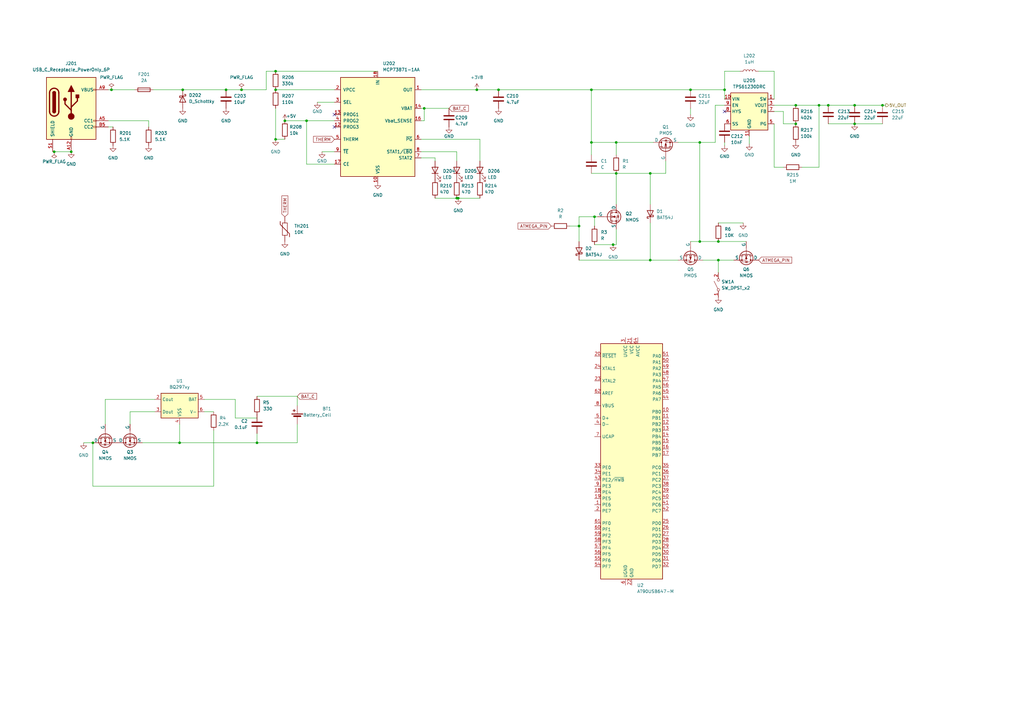
<source format=kicad_sch>
(kicad_sch (version 20230121) (generator eeschema)
  (paper "A3")
  (lib_symbols
    (symbol "Battery_Management:BQ297xy"
      (property "Reference" "U" (at -6.35 6.35 0))
      (property "Value" "BQ297xy" (at 5.08 -6.35 0))
      (symbol "BQ297xy_0_1"
        (rectangle (start -7.62 5.08) (end 7.62 -5.08) (stroke (width 0.254)) (fill (type background)))
      )
      (symbol "BQ297xy_1_1"
        (pin no_connect line (at 7.62 0 180) (length 2.54) hide (name "NC") (number "1"))
        (pin output line (at 10.16 2.54 180) (length 2.54) (name "Cout") (number "2"))
        (pin output line (at 10.16 -2.54 180) (length 2.54) (name "Dout") (number "3"))
        (pin power_in line (at 0 -7.62 90) (length 2.54) (name "VSS") (number "4"))
        (pin input line (at -10.16 2.54 0) (length 2.54) (name "BAT") (number "5"))
        (pin input line (at -10.16 -2.54 0) (length 2.54) (name "V-") (number "6"))
      )
    )
    (symbol "Battery_Management:MCP73871-1AA" (pin_names (offset 1.016))
      (property "Reference" "U" (at -7.62 24.13 0))
      (property "Value" "MCP73871-1AA" (at -15.24 21.59 0))
      (symbol "MCP73871-1AA_0_1"
        (rectangle (start -15.24 20.32) (end 15.24 -20.32) (stroke (width 0.254)) (fill (type background)))
      )
      (symbol "MCP73871-1AA_1_1"
        (pin power_out line (at 17.78 15.24 180) (length 2.54) (name "OUT") (number "1"))
        (pin power_in line (at 0 -22.86 90) (length 2.54) (name "VSS") (number "10"))
        (pin passive line (at 0 -22.86 90) (length 2.54) hide (name "VSS") (number "11"))
        (pin bidirectional line (at -17.78 0 0) (length 2.54) (name "PROG3") (number "12"))
        (pin bidirectional line (at -17.78 5.08 0) (length 2.54) (name "PROG1") (number "13"))
        (pin power_out line (at 17.78 7.62 180) (length 2.54) (name "VBAT") (number "14"))
        (pin passive line (at 17.78 7.62 180) (length 2.54) hide (name "VBAT") (number "15"))
        (pin input line (at 17.78 2.54 180) (length 2.54) (name "Vbat_SENSE") (number "16"))
        (pin input line (at -17.78 -15.24 0) (length 2.54) (name "CE") (number "17"))
        (pin power_in line (at 0 22.86 270) (length 2.54) (name "IN") (number "18"))
        (pin passive line (at 0 22.86 270) (length 2.54) hide (name "IN") (number "19"))
        (pin input line (at -17.78 15.24 0) (length 2.54) (name "VPCC") (number "2"))
        (pin passive line (at 17.78 15.24 180) (length 2.54) hide (name "OUT") (number "20"))
        (pin passive line (at 0 -22.86 90) (length 2.54) hide (name "VSS") (number "21"))
        (pin input line (at -17.78 10.16 0) (length 2.54) (name "SEL") (number "3"))
        (pin input line (at -17.78 2.54 0) (length 2.54) (name "PROG2") (number "4"))
        (pin bidirectional line (at -17.78 -5.08 0) (length 2.54) (name "THERM") (number "5"))
        (pin open_collector line (at 17.78 -5.08 180) (length 2.54) (name "~{PG}") (number "6"))
        (pin open_collector line (at 17.78 -12.7 180) (length 2.54) (name "STAT2") (number "7"))
        (pin open_collector line (at 17.78 -10.16 180) (length 2.54) (name "STAT1/~{LBO}") (number "8"))
        (pin input line (at -17.78 -10.16 0) (length 2.54) (name "~{TE}") (number "9"))
      )
    )
    (symbol "Connector:USB_C_Receptacle_PowerOnly_6P" (pin_names (offset 1.016))
      (property "Reference" "J" (at 0 16.51 0))
      (property "Value" "USB_C_Receptacle_PowerOnly_6P" (at 0 13.97 0))
      (symbol "USB_C_Receptacle_PowerOnly_6P_0_0"
        (rectangle (start -0.254 -12.7) (end 0.254 -11.684))
        (rectangle (start 10.16 -7.366) (end 9.144 -7.874))
        (rectangle (start 10.16 -4.826) (end 9.144 -5.334))
        (rectangle (start 10.16 7.874) (end 9.144 7.366))
      )
      (symbol "USB_C_Receptacle_PowerOnly_6P_0_1"
        (rectangle (start -10.16 12.7) (end 10.16 -12.7) (stroke (width 0.254)) (fill (type background)))
        (arc (start -8.89 -1.27) (mid -6.985 -3.1667) (end -5.08 -1.27) (stroke (width 0.508)))
        (arc (start -7.62 -1.27) (mid -6.985 -1.9023) (end -6.35 -1.27) (stroke (width 0.254)))
        (arc (start -7.62 -1.27) (mid -6.985 -1.9023) (end -6.35 -1.27) (stroke (width 0.254)) (fill (type outline)))
        (rectangle (start -7.62 -1.27) (end -6.35 6.35) (stroke (width 0.254)) (fill (type outline)))
        (arc (start -6.35 6.35) (mid -6.985 6.9823) (end -7.62 6.35) (stroke (width 0.254)))
        (arc (start -6.35 6.35) (mid -6.985 6.9823) (end -7.62 6.35) (stroke (width 0.254)) (fill (type outline)))
        (arc (start -5.08 6.35) (mid -6.985 8.2467) (end -8.89 6.35) (stroke (width 0.508)))
        (circle (center -2.54 3.683) (radius 0.635) (stroke (width 0.254)) (fill (type outline)))
        (circle (center 0 -3.302) (radius 1.27) (fill (type outline)))
        (polyline (pts (xy -8.89 -1.27) (xy -8.89 6.35)) (stroke (width 0.508)))
        (polyline (pts (xy -5.08 6.35) (xy -5.08 -1.27)) (stroke (width 0.508)))
        (polyline (pts (xy 0 -3.302) (xy 0 6.858)) (stroke (width 0.508)))
        (polyline (pts (xy 0 -0.762) (xy -2.54 1.778) (xy -2.54 3.048)) (stroke (width 0.508)))
        (polyline (pts (xy 0 0.508) (xy 2.54 3.048) (xy 2.54 4.318)) (stroke (width 0.508)))
        (polyline (pts (xy -1.27 6.858) (xy 0 9.398) (xy 1.27 6.858) (xy -1.27 6.858)) (stroke (width 0.254)) (fill (type outline)))
        (rectangle (start 1.905 4.318) (end 3.175 5.588) (stroke (width 0.254)) (fill (type outline)))
      )
      (symbol "USB_C_Receptacle_PowerOnly_6P_1_1"
        (pin passive line (at 0 -17.78 90) (length 5.08) (name "GND") (number "A12"))
        (pin bidirectional line (at 15.24 -5.08 180) (length 5.08) (name "CC1") (number "A5"))
        (pin passive line (at 15.24 7.62 180) (length 5.08) (name "VBUS") (number "A9"))
        (pin passive line (at 0 -17.78 90) (length 5.08) hide (name "GND") (number "B12"))
        (pin bidirectional line (at 15.24 -7.62 180) (length 5.08) (name "CC2") (number "B5"))
        (pin passive line (at 15.24 7.62 180) (length 5.08) hide (name "VBUS") (number "B9"))
        (pin passive line (at -7.62 -17.78 90) (length 5.08) (name "SHIELD") (number "S1"))
      )
    )
    (symbol "Device:Battery_Cell" (pin_numbers hide) (pin_names (offset 0) hide)
      (property "Reference" "BT" (at 2.54 2.54 0))
      (property "Value" "Battery_Cell" (at 2.54 0 0))
      (symbol "Battery_Cell_0_1"
        (rectangle (start -2.286 1.778) (end 2.286 1.524) (fill (type outline)))
        (rectangle (start -1.524 1.016) (end 1.524 0.508) (fill (type outline)))
        (polyline (pts (xy 0 0.762) (xy 0 0)))
        (polyline (pts (xy 0 1.778) (xy 0 2.54)))
        (polyline (pts (xy 0.762 3.048) (xy 1.778 3.048)) (stroke (width 0.254)))
        (polyline (pts (xy 1.27 3.556) (xy 1.27 2.54)) (stroke (width 0.254)))
      )
      (symbol "Battery_Cell_1_1"
        (pin passive line (at 0 5.08 270) (length 2.54) (name "+") (number "1"))
        (pin passive line (at 0 -2.54 90) (length 2.54) (name "-") (number "2"))
      )
    )
    (symbol "Device:C" (pin_numbers hide) (pin_names (offset 0.254))
      (property "Reference" "C" (at 0.635 2.54 0))
      (property "Value" "C" (at 0.635 -2.54 0))
      (symbol "C_0_1"
        (polyline (pts (xy -2.032 -0.762) (xy 2.032 -0.762)) (stroke (width 0.508)))
        (polyline (pts (xy -2.032 0.762) (xy 2.032 0.762)) (stroke (width 0.508)))
      )
      (symbol "C_1_1"
        (pin passive line (at 0 3.81 270) (length 2.794) (name "~") (number "1"))
        (pin passive line (at 0 -3.81 90) (length 2.794) (name "~") (number "2"))
      )
    )
    (symbol "Device:D_Schottky" (pin_numbers hide) (pin_names (offset 1.016) hide)
      (property "Reference" "D" (at 0 2.54 0))
      (property "Value" "D_Schottky" (at 0 -2.54 0))
      (symbol "D_Schottky_0_1"
        (polyline (pts (xy 1.27 0) (xy -1.27 0)))
        (polyline (pts (xy 1.27 1.27) (xy 1.27 -1.27) (xy -1.27 0) (xy 1.27 1.27)) (stroke (width 0.254)))
        (polyline (pts (xy -1.905 0.635) (xy -1.905 1.27) (xy -1.27 1.27) (xy -1.27 -1.27) (xy -0.635 -1.27) (xy -0.635 -0.635)) (stroke (width 0.254)))
      )
      (symbol "D_Schottky_1_1"
        (pin passive line (at -3.81 0 0) (length 2.54) (name "K") (number "1"))
        (pin passive line (at 3.81 0 180) (length 2.54) (name "A") (number "2"))
      )
    )
    (symbol "Device:Fuse" (pin_numbers hide) (pin_names (offset 0))
      (property "Reference" "F" (at 2.032 0 90))
      (property "Value" "Fuse" (at -1.905 0 90))
      (symbol "Fuse_0_1"
        (rectangle (start -0.762 -2.54) (end 0.762 2.54) (stroke (width 0.254)))
        (polyline (pts (xy 0 2.54) (xy 0 -2.54)))
      )
      (symbol "Fuse_1_1"
        (pin passive line (at 0 3.81 270) (length 1.27) (name "~") (number "1"))
        (pin passive line (at 0 -3.81 90) (length 1.27) (name "~") (number "2"))
      )
    )
    (symbol "Device:L" (pin_numbers hide) (pin_names (offset 1.016) hide)
      (property "Reference" "L" (at -1.27 0 90))
      (property "Value" "L" (at 1.905 0 90))
      (symbol "L_0_1"
        (arc (start 0 -2.54) (mid 0.6323 -1.905) (end 0 -1.27))
        (arc (start 0 -1.27) (mid 0.6323 -0.635) (end 0 0))
        (arc (start 0 0) (mid 0.6323 0.635) (end 0 1.27))
        (arc (start 0 1.27) (mid 0.6323 1.905) (end 0 2.54))
      )
      (symbol "L_1_1"
        (pin passive line (at 0 3.81 270) (length 1.27) (name "1") (number "1"))
        (pin passive line (at 0 -3.81 90) (length 1.27) (name "2") (number "2"))
      )
    )
    (symbol "Device:LED" (pin_numbers hide) (pin_names (offset 1.016) hide)
      (property "Reference" "D" (at 0 2.54 0))
      (property "Value" "LED" (at 0 -2.54 0))
      (symbol "LED_0_1"
        (polyline (pts (xy -1.27 -1.27) (xy -1.27 1.27)) (stroke (width 0.254)))
        (polyline (pts (xy -1.27 0) (xy 1.27 0)))
        (polyline (pts (xy 1.27 -1.27) (xy 1.27 1.27) (xy -1.27 0) (xy 1.27 -1.27)) (stroke (width 0.254)))
        (polyline (pts (xy -3.048 -0.762) (xy -4.572 -2.286) (xy -3.81 -2.286) (xy -4.572 -2.286) (xy -4.572 -1.524)))
        (polyline (pts (xy -1.778 -0.762) (xy -3.302 -2.286) (xy -2.54 -2.286) (xy -3.302 -2.286) (xy -3.302 -1.524)))
      )
      (symbol "LED_1_1"
        (pin passive line (at -3.81 0 0) (length 2.54) (name "K") (number "1"))
        (pin passive line (at 3.81 0 180) (length 2.54) (name "A") (number "2"))
      )
    )
    (symbol "Device:R" (pin_numbers hide) (pin_names (offset 0))
      (property "Reference" "R" (at 2.032 0 90))
      (property "Value" "R" (at 0 0 90))
      (symbol "R_0_1"
        (rectangle (start -1.016 -2.54) (end 1.016 2.54) (stroke (width 0.254)))
      )
      (symbol "R_1_1"
        (pin passive line (at 0 3.81 270) (length 1.27) (name "~") (number "1"))
        (pin passive line (at 0 -3.81 90) (length 1.27) (name "~") (number "2"))
      )
    )
    (symbol "Device:Thermistor" (pin_numbers hide) (pin_names (offset 0))
      (property "Reference" "TH" (at 2.54 1.27 90))
      (property "Value" "Thermistor" (at -2.54 0 90))
      (symbol "Thermistor_0_1"
        (rectangle (start -1.016 2.54) (end 1.016 -2.54) (stroke (width 0.2032)))
        (polyline (pts (xy -1.905 3.175) (xy -1.905 1.905) (xy 1.905 -1.905) (xy 1.905 -3.175) (xy 1.905 -3.175)) (stroke (width 0.254)))
      )
      (symbol "Thermistor_1_1"
        (pin passive line (at 0 5.08 270) (length 2.54) (name "~") (number "1"))
        (pin passive line (at 0 -5.08 90) (length 2.54) (name "~") (number "2"))
      )
    )
    (symbol "Diode:BAT54J" (pin_numbers hide) (pin_names (offset 1.016) hide)
      (property "Reference" "D" (at 0 2.54 0))
      (property "Value" "BAT54J" (at 0 -2.54 0))
      (symbol "BAT54J_0_1"
        (polyline (pts (xy 1.27 0) (xy -1.27 0)))
        (polyline (pts (xy 1.27 1.27) (xy 1.27 -1.27) (xy -1.27 0) (xy 1.27 1.27)) (stroke (width 0.254)))
        (polyline (pts (xy -1.905 0.635) (xy -1.905 1.27) (xy -1.27 1.27) (xy -1.27 -1.27) (xy -0.635 -1.27) (xy -0.635 -0.635)) (stroke (width 0.254)))
      )
      (symbol "BAT54J_1_1"
        (pin passive line (at -3.81 0 0) (length 2.54) (name "K") (number "1"))
        (pin passive line (at 3.81 0 180) (length 2.54) (name "A") (number "2"))
      )
    )
    (symbol "MCU_Microchip_AVR:AT90USB647-M"
      (property "Reference" "U" (at -12.7 49.53 0))
      (property "Value" "AT90USB647-M" (at 2.54 -49.53 0))
      (symbol "AT90USB647-M_0_1"
        (rectangle (start -12.7 -48.26) (end 12.7 48.26) (stroke (width 0.254)) (fill (type background)))
      )
      (symbol "AT90USB647-M_1_1"
        (pin bidirectional line (at -15.24 -17.78 0) (length 2.54) (name "PE6") (number "1"))
        (pin bidirectional line (at 15.24 20.32 180) (length 2.54) (name "PB0") (number "10"))
        (pin bidirectional line (at 15.24 17.78 180) (length 2.54) (name "PB1") (number "11"))
        (pin bidirectional line (at 15.24 15.24 180) (length 2.54) (name "PB2") (number "12"))
        (pin bidirectional line (at 15.24 12.7 180) (length 2.54) (name "PB3") (number "13"))
        (pin bidirectional line (at 15.24 10.16 180) (length 2.54) (name "PB4") (number "14"))
        (pin bidirectional line (at 15.24 7.62 180) (length 2.54) (name "PB5") (number "15"))
        (pin bidirectional line (at 15.24 5.08 180) (length 2.54) (name "PB6") (number "16"))
        (pin bidirectional line (at 15.24 2.54 180) (length 2.54) (name "PB7") (number "17"))
        (pin bidirectional line (at -15.24 -12.7 0) (length 2.54) (name "PE4") (number "18"))
        (pin bidirectional line (at -15.24 -15.24 0) (length 2.54) (name "PE5") (number "19"))
        (pin bidirectional line (at -15.24 -20.32 0) (length 2.54) (name "PE7") (number "2"))
        (pin input line (at -15.24 43.18 0) (length 2.54) (name "~{RESET}") (number "20"))
        (pin power_in line (at 0 50.8 270) (length 2.54) (name "VCC") (number "21"))
        (pin power_in line (at 0 -50.8 90) (length 2.54) (name "GND") (number "22"))
        (pin output line (at -15.24 33.02 0) (length 2.54) (name "XTAL2") (number "23"))
        (pin input line (at -15.24 38.1 0) (length 2.54) (name "XTAL1") (number "24"))
        (pin bidirectional line (at 15.24 -25.4 180) (length 2.54) (name "PD0") (number "25"))
        (pin bidirectional line (at 15.24 -27.94 180) (length 2.54) (name "PD1") (number "26"))
        (pin bidirectional line (at 15.24 -30.48 180) (length 2.54) (name "PD2") (number "27"))
        (pin bidirectional line (at 15.24 -33.02 180) (length 2.54) (name "PD3") (number "28"))
        (pin bidirectional line (at 15.24 -35.56 180) (length 2.54) (name "PD4") (number "29"))
        (pin power_in line (at -2.54 50.8 270) (length 2.54) (name "UVCC") (number "3"))
        (pin bidirectional line (at 15.24 -38.1 180) (length 2.54) (name "PD5") (number "30"))
        (pin bidirectional line (at 15.24 -40.64 180) (length 2.54) (name "PD6") (number "31"))
        (pin bidirectional line (at 15.24 -43.18 180) (length 2.54) (name "PD7") (number "32"))
        (pin bidirectional line (at -15.24 -2.54 0) (length 2.54) (name "PE0") (number "33"))
        (pin bidirectional line (at -15.24 -5.08 0) (length 2.54) (name "PE1") (number "34"))
        (pin bidirectional line (at 15.24 -2.54 180) (length 2.54) (name "PC0") (number "35"))
        (pin bidirectional line (at 15.24 -5.08 180) (length 2.54) (name "PC1") (number "36"))
        (pin bidirectional line (at 15.24 -7.62 180) (length 2.54) (name "PC2") (number "37"))
        (pin bidirectional line (at 15.24 -10.16 180) (length 2.54) (name "PC3") (number "38"))
        (pin bidirectional line (at 15.24 -12.7 180) (length 2.54) (name "PC4") (number "39"))
        (pin bidirectional line (at -15.24 15.24 0) (length 2.54) (name "D-") (number "4"))
        (pin bidirectional line (at 15.24 -15.24 180) (length 2.54) (name "PC5") (number "40"))
        (pin bidirectional line (at 15.24 -17.78 180) (length 2.54) (name "PC6") (number "41"))
        (pin bidirectional line (at 15.24 -20.32 180) (length 2.54) (name "PC7") (number "42"))
        (pin bidirectional line (at -15.24 -7.62 0) (length 2.54) (name "PE2/~{HWB}") (number "43"))
        (pin bidirectional line (at 15.24 25.4 180) (length 2.54) (name "PA7") (number "44"))
        (pin bidirectional line (at 15.24 27.94 180) (length 2.54) (name "PA6") (number "45"))
        (pin bidirectional line (at 15.24 30.48 180) (length 2.54) (name "PA5") (number "46"))
        (pin bidirectional line (at 15.24 33.02 180) (length 2.54) (name "PA4") (number "47"))
        (pin bidirectional line (at 15.24 35.56 180) (length 2.54) (name "PA3") (number "48"))
        (pin bidirectional line (at 15.24 38.1 180) (length 2.54) (name "PA2") (number "49"))
        (pin bidirectional line (at -15.24 17.78 0) (length 2.54) (name "D+") (number "5"))
        (pin bidirectional line (at 15.24 40.64 180) (length 2.54) (name "PA1") (number "50"))
        (pin bidirectional line (at 15.24 43.18 180) (length 2.54) (name "PA0") (number "51"))
        (pin passive line (at 0 50.8 270) (length 2.54) hide (name "VCC") (number "52"))
        (pin passive line (at 0 -50.8 90) (length 2.54) hide (name "GND") (number "53"))
        (pin bidirectional line (at -15.24 -43.18 0) (length 2.54) (name "PF7") (number "54"))
        (pin bidirectional line (at -15.24 -40.64 0) (length 2.54) (name "PF6") (number "55"))
        (pin bidirectional line (at -15.24 -38.1 0) (length 2.54) (name "PF5") (number "56"))
        (pin bidirectional line (at -15.24 -35.56 0) (length 2.54) (name "PF4") (number "57"))
        (pin bidirectional line (at -15.24 -33.02 0) (length 2.54) (name "PF3") (number "58"))
        (pin bidirectional line (at -15.24 -30.48 0) (length 2.54) (name "PF2") (number "59"))
        (pin power_in line (at -2.54 -50.8 90) (length 2.54) (name "UGND") (number "6"))
        (pin bidirectional line (at -15.24 -27.94 0) (length 2.54) (name "PF1") (number "60"))
        (pin bidirectional line (at -15.24 -25.4 0) (length 2.54) (name "PF0") (number "61"))
        (pin passive line (at -15.24 27.94 0) (length 2.54) (name "AREF") (number "62"))
        (pin passive line (at 0 -50.8 90) (length 2.54) hide (name "GND") (number "63"))
        (pin power_in line (at 2.54 50.8 270) (length 2.54) (name "AVCC") (number "64"))
        (pin passive line (at 0 -50.8 90) (length 2.54) hide (name "GND") (number "65"))
        (pin passive line (at -15.24 10.16 0) (length 2.54) (name "UCAP") (number "7"))
        (pin input line (at -15.24 22.86 0) (length 2.54) (name "VBUS") (number "8"))
        (pin bidirectional line (at -15.24 -10.16 0) (length 2.54) (name "PE3") (number "9"))
      )
    )
    (symbol "Regulator_Switching:TPS61230DRC"
      (property "Reference" "U" (at -7.62 11.43 0))
      (property "Value" "TPS61230DRC" (at -7.62 8.89 0))
      (symbol "TPS61230DRC_0_1"
        (rectangle (start -7.62 7.62) (end 7.62 -7.62) (stroke (width 0.254)) (fill (type background)))
      )
      (symbol "TPS61230DRC_1_1"
        (pin power_out line (at 10.16 5.08 180) (length 2.54) (name "SW") (number "1"))
        (pin power_in line (at -10.16 5.08 0) (length 2.54) (name "VIN") (number "10"))
        (pin power_in line (at 0 -10.16 90) (length 2.54) (name "GND") (number "11"))
        (pin passive line (at 10.16 5.08 180) (length 2.54) hide (name "SW") (number "2"))
        (pin power_out line (at 10.16 2.54 180) (length 2.54) (name "VOUT") (number "3"))
        (pin passive line (at 10.16 2.54 180) (length 2.54) hide (name "VOUT") (number "4"))
        (pin output line (at 10.16 -5.08 180) (length 2.54) (name "PG") (number "5"))
        (pin input line (at -10.16 -5.08 0) (length 2.54) (name "SS") (number "6"))
        (pin input line (at 10.16 0 180) (length 2.54) (name "FB") (number "7"))
        (pin output line (at -10.16 0 0) (length 2.54) (name "HYS") (number "8"))
        (pin input line (at -10.16 2.54 0) (length 2.54) (name "EN") (number "9"))
      )
    )
    (symbol "Simulation_SPICE:NMOS" (pin_numbers hide) (pin_names (offset 0))
      (property "Reference" "Q" (at 5.08 1.27 0))
      (property "Value" "NMOS" (at 5.08 -1.27 0))
      (symbol "NMOS_0_1"
        (polyline (pts (xy 0.254 0) (xy -2.54 0)))
        (polyline (pts (xy 0.254 1.905) (xy 0.254 -1.905)) (stroke (width 0.254)))
        (polyline (pts (xy 0.762 -1.27) (xy 0.762 -2.286)) (stroke (width 0.254)))
        (polyline (pts (xy 0.762 0.508) (xy 0.762 -0.508)) (stroke (width 0.254)))
        (polyline (pts (xy 0.762 2.286) (xy 0.762 1.27)) (stroke (width 0.254)))
        (polyline (pts (xy 2.54 2.54) (xy 2.54 1.778)))
        (polyline (pts (xy 2.54 -2.54) (xy 2.54 0) (xy 0.762 0)))
        (polyline (pts (xy 0.762 -1.778) (xy 3.302 -1.778) (xy 3.302 1.778) (xy 0.762 1.778)))
        (polyline (pts (xy 1.016 0) (xy 2.032 0.381) (xy 2.032 -0.381) (xy 1.016 0)) (fill (type outline)))
        (polyline (pts (xy 2.794 0.508) (xy 2.921 0.381) (xy 3.683 0.381) (xy 3.81 0.254)))
        (polyline (pts (xy 3.302 0.381) (xy 2.921 -0.254) (xy 3.683 -0.254) (xy 3.302 0.381)))
        (circle (center 1.651 0) (radius 2.794) (stroke (width 0.254)))
        (circle (center 2.54 -1.778) (radius 0.254) (fill (type outline)))
        (circle (center 2.54 1.778) (radius 0.254) (fill (type outline)))
      )
      (symbol "NMOS_1_1"
        (pin passive line (at 2.54 5.08 270) (length 2.54) (name "D") (number "1"))
        (pin input line (at -5.08 0 0) (length 2.54) (name "G") (number "2"))
        (pin passive line (at 2.54 -5.08 90) (length 2.54) (name "S") (number "3"))
      )
    )
    (symbol "Simulation_SPICE:PMOS" (pin_numbers hide) (pin_names (offset 0))
      (property "Reference" "Q" (at 5.08 1.27 0))
      (property "Value" "PMOS" (at 5.08 -1.27 0))
      (symbol "PMOS_0_1"
        (polyline (pts (xy 0.254 0) (xy -2.54 0)))
        (polyline (pts (xy 0.254 1.905) (xy 0.254 -1.905)) (stroke (width 0.254)))
        (polyline (pts (xy 0.762 -1.27) (xy 0.762 -2.286)) (stroke (width 0.254)))
        (polyline (pts (xy 0.762 0.508) (xy 0.762 -0.508)) (stroke (width 0.254)))
        (polyline (pts (xy 0.762 2.286) (xy 0.762 1.27)) (stroke (width 0.254)))
        (polyline (pts (xy 2.54 2.54) (xy 2.54 1.778)))
        (polyline (pts (xy 2.54 -2.54) (xy 2.54 0) (xy 0.762 0)))
        (polyline (pts (xy 0.762 1.778) (xy 3.302 1.778) (xy 3.302 -1.778) (xy 0.762 -1.778)))
        (polyline (pts (xy 2.286 0) (xy 1.27 0.381) (xy 1.27 -0.381) (xy 2.286 0)) (fill (type outline)))
        (polyline (pts (xy 2.794 -0.508) (xy 2.921 -0.381) (xy 3.683 -0.381) (xy 3.81 -0.254)))
        (polyline (pts (xy 3.302 -0.381) (xy 2.921 0.254) (xy 3.683 0.254) (xy 3.302 -0.381)))
        (circle (center 1.651 0) (radius 2.794) (stroke (width 0.254)))
        (circle (center 2.54 -1.778) (radius 0.254) (fill (type outline)))
        (circle (center 2.54 1.778) (radius 0.254) (fill (type outline)))
      )
      (symbol "PMOS_1_1"
        (pin passive line (at 2.54 5.08 270) (length 2.54) (name "D") (number "1"))
        (pin input line (at -5.08 0 0) (length 2.54) (name "G") (number "2"))
        (pin passive line (at 2.54 -5.08 90) (length 2.54) (name "S") (number "3"))
      )
    )
    (symbol "Switch:SW_DPST_x2" (pin_names (offset 0) hide)
      (property "Reference" "SW" (at 0 3.175 0))
      (property "Value" "SW_DPST_x2" (at 0 -2.54 0))
      (symbol "SW_DPST_x2_0_0"
        (circle (center -2.032 0) (radius 0.508))
        (polyline (pts (xy -1.524 0.254) (xy 1.524 1.778)))
        (circle (center 2.032 0) (radius 0.508))
      )
      (symbol "SW_DPST_x2_1_1"
        (pin passive line (at -5.08 0 0) (length 2.54) (name "A") (number "1"))
        (pin passive line (at 5.08 0 180) (length 2.54) (name "B") (number "2"))
      )
      (symbol "SW_DPST_x2_2_1"
        (pin passive line (at -5.08 0 0) (length 2.54) (name "A") (number "3"))
        (pin passive line (at 5.08 0 180) (length 2.54) (name "B") (number "4"))
      )
    )
    (symbol "power:+3V8" (power) (pin_names (offset 0))
      (property "Value" "+3V8" (at 0 3.556 0))
      (symbol "+3V8_0_1"
        (polyline (pts (xy -0.762 1.27) (xy 0 2.54)))
        (polyline (pts (xy 0 0) (xy 0 2.54)))
        (polyline (pts (xy 0 2.54) (xy 0.762 1.27)))
      )
      (symbol "+3V8_1_1"
        (pin power_in line (at 0 0 90) (length 0) hide (name "+3V8") (number "1"))
      )
    )
    (symbol "power:+5V" (power) (pin_names (offset 0))
      (property "Value" "+5V" (at 0 3.556 0))
      (symbol "+5V_0_1"
        (polyline (pts (xy -0.762 1.27) (xy 0 2.54)))
        (polyline (pts (xy 0 0) (xy 0 2.54)))
        (polyline (pts (xy 0 2.54) (xy 0.762 1.27)))
      )
      (symbol "+5V_1_1"
        (pin power_in line (at 0 0 90) (length 0) hide (name "+5V") (number "1"))
      )
    )
    (symbol "power:GND" (power) (pin_names (offset 0))
      (property "Value" "GND" (at 0 -3.81 0))
      (symbol "GND_0_1"
        (polyline (pts (xy 0 0) (xy 0 -1.27) (xy 1.27 -1.27) (xy 0 -2.54) (xy -1.27 -1.27) (xy 0 -1.27)))
      )
      (symbol "GND_1_1"
        (pin power_in line (at 0 0 270) (length 0) hide (name "GND") (number "1"))
      )
    )
    (symbol "power:PWR_FLAG" (power) (pin_numbers hide) (pin_names (offset 0) hide)
      (property "Value" "PWR_FLAG" (at 0 3.81 0))
      (symbol "PWR_FLAG_0_0"
        (pin power_out line (at 0 0 90) (length 0) (name "pwr") (number "1"))
      )
      (symbol "PWR_FLAG_0_1"
        (polyline (pts (xy 0 0) (xy 0 1.27) (xy -1.016 1.905) (xy 0 2.54) (xy 1.016 1.905) (xy 0 1.27)))
      )
    )
  )
  (junction (at 99.06 36.83))
  (junction (at 125.73 49.53))
  (junction (at 113.03 57.15))
  (junction (at 38.1 181.61))
  (junction (at 294.64 99.06))
  (junction (at 335.915 43.18))
  (junction (at 287.02 58.42))
  (junction (at 350.52 50.8))
  (junction (at 252.73 71.12))
  (junction (at 251.46 100.33))
  (junction (at 243.84 88.9))
  (junction (at 187.325 81.28))
  (junction (at 350.52 43.18))
  (junction (at 204.47 36.83))
  (junction (at 73.66 181.61))
  (junction (at 105.41 181.61))
  (junction (at 242.57 36.83))
  (junction (at 92.71 36.83))
  (junction (at 113.03 36.83))
  (junction (at 252.73 58.42))
  (junction (at 266.7 106.68))
  (junction (at 339.725 43.18))
  (junction (at 45.72 36.83))
  (junction (at 361.95 43.18))
  (junction (at 237.49 92.71))
  (junction (at 74.93 36.83))
  (junction (at 195.58 36.83))
  (junction (at 116.84 49.53))
  (junction (at 283.21 36.83))
  (junction (at 187.96 81.28))
  (junction (at 294.64 106.68))
  (junction (at 22.225 62.23))
  (junction (at 297.18 36.83))
  (junction (at 266.7 71.12))
  (junction (at 326.39 43.18))
  (junction (at 29.21 62.23))
  (junction (at 287.02 99.06))
  (junction (at 326.39 50.8))
  (junction (at 242.57 58.42))
  (junction (at 113.03 29.21))
  (junction (at 173.99 44.45))
  (no_connect (at 137.16 46.99))
  (no_connect (at 137.16 52.07))
  (no_connect (at 297.18 45.72))
  (wire (pts (xy 321.31 45.72) (xy 321.31 50.8)))
  (wire (pts (xy 73.66 181.61) (xy 58.42 181.61)))
  (wire (pts (xy 125.73 49.53) (xy 137.16 49.53)))
  (wire (pts (xy 187.325 66.04) (xy 187.325 62.23)))
  (wire (pts (xy 339.725 50.8) (xy 350.52 50.8)))
  (wire (pts (xy 242.57 58.42) (xy 242.57 63.5)))
  (wire (pts (xy 121.92 166.37) (xy 121.92 162.56)))
  (wire (pts (xy 335.915 43.18) (xy 339.725 43.18)))
  (wire (pts (xy 293.37 43.18) (xy 297.18 43.18)))
  (wire (pts (xy 74.93 36.83) (xy 92.71 36.83)))
  (wire (pts (xy 137.16 67.31) (xy 125.73 67.31)))
  (wire (pts (xy 328.93 68.58) (xy 335.915 68.58)))
  (wire (pts (xy 109.22 29.21) (xy 113.03 29.21)))
  (wire (pts (xy 53.34 168.91) (xy 53.34 173.99)))
  (wire (pts (xy 45.72 36.83) (xy 44.45 36.83)))
  (wire (pts (xy 187.325 81.28) (xy 187.96 81.28)))
  (wire (pts (xy 137.16 62.23) (xy 132.08 62.23)))
  (wire (pts (xy 96.52 163.83) (xy 83.82 163.83)))
  (wire (pts (xy 339.725 43.18) (xy 350.52 43.18)))
  (wire (pts (xy 237.49 92.71) (xy 237.49 99.06)))
  (wire (pts (xy 326.39 43.18) (xy 335.915 43.18)))
  (wire (pts (xy 92.71 36.83) (xy 99.06 36.83)))
  (wire (pts (xy 196.85 66.04) (xy 196.85 57.15)))
  (wire (pts (xy 243.84 100.33) (xy 251.46 100.33)))
  (wire (pts (xy 44.45 49.53) (xy 60.96 49.53)))
  (wire (pts (xy 317.5 43.18) (xy 326.39 43.18)))
  (wire (pts (xy 178.435 81.28) (xy 187.325 81.28)))
  (wire (pts (xy 317.5 68.58) (xy 321.31 68.58)))
  (wire (pts (xy 266.7 91.44) (xy 266.7 106.68)))
  (wire (pts (xy 317.5 29.21) (xy 317.5 40.64)))
  (wire (pts (xy 113.03 36.83) (xy 137.16 36.83)))
  (wire (pts (xy 307.34 55.88) (xy 307.34 59.055)))
  (wire (pts (xy 113.03 29.21) (xy 154.94 29.21)))
  (wire (pts (xy 297.18 59.69) (xy 297.18 58.42)))
  (wire (pts (xy 287.02 58.42) (xy 287.02 99.06)))
  (wire (pts (xy 125.73 67.31) (xy 125.73 49.53)))
  (wire (pts (xy 283.21 36.83) (xy 297.18 36.83)))
  (wire (pts (xy 62.865 36.83) (xy 74.93 36.83)))
  (wire (pts (xy 173.99 44.45) (xy 184.15 44.45)))
  (wire (pts (xy 237.49 88.9) (xy 243.84 88.9)))
  (wire (pts (xy 297.18 29.21) (xy 297.18 36.83)))
  (wire (pts (xy 73.66 173.99) (xy 73.66 181.61)))
  (wire (pts (xy 105.41 181.61) (xy 73.66 181.61)))
  (wire (pts (xy 63.5 163.83) (xy 43.18 163.83)))
  (wire (pts (xy 21.59 62.23) (xy 22.225 62.23)))
  (wire (pts (xy 350.52 50.8) (xy 361.95 50.8)))
  (wire (pts (xy 317.5 50.8) (xy 317.5 68.58)))
  (wire (pts (xy 63.5 168.91) (xy 53.34 168.91)))
  (wire (pts (xy 294.64 106.68) (xy 294.64 111.76)))
  (wire (pts (xy 233.68 92.71) (xy 237.49 92.71)))
  (wire (pts (xy 105.41 171.45) (xy 96.52 171.45)))
  (wire (pts (xy 172.72 36.83) (xy 195.58 36.83)))
  (wire (pts (xy 297.18 36.83) (xy 297.18 40.64)))
  (wire (pts (xy 350.52 43.18) (xy 361.95 43.18)))
  (wire (pts (xy 252.73 58.42) (xy 267.97 58.42)))
  (wire (pts (xy 252.73 93.98) (xy 252.73 100.33)))
  (wire (pts (xy 242.57 36.83) (xy 242.57 58.42)))
  (wire (pts (xy 22.225 62.23) (xy 29.21 62.23)))
  (wire (pts (xy 113.03 44.45) (xy 113.03 57.15)))
  (wire (pts (xy 273.05 66.04) (xy 273.05 71.12)))
  (wire (pts (xy 335.915 68.58) (xy 335.915 43.18)))
  (wire (pts (xy 252.73 71.12) (xy 252.73 83.82)))
  (wire (pts (xy 361.95 43.18) (xy 363.22 43.18)))
  (wire (pts (xy 242.57 58.42) (xy 252.73 58.42)))
  (wire (pts (xy 311.15 29.21) (xy 317.5 29.21)))
  (wire (pts (xy 266.7 106.68) (xy 237.49 106.68)))
  (wire (pts (xy 96.52 171.45) (xy 96.52 163.83)))
  (wire (pts (xy 294.64 106.68) (xy 300.99 106.68)))
  (wire (pts (xy 187.96 81.28) (xy 196.85 81.28)))
  (wire (pts (xy 105.41 181.61) (xy 121.92 181.61)))
  (wire (pts (xy 99.06 36.83) (xy 109.22 36.83)))
  (wire (pts (xy 294.64 91.44) (xy 304.8 91.44)))
  (wire (pts (xy 294.64 99.06) (xy 306.07 99.06)))
  (wire (pts (xy 252.73 71.12) (xy 266.7 71.12)))
  (wire (pts (xy 173.99 44.45) (xy 173.99 49.53)))
  (wire (pts (xy 121.92 162.56) (xy 105.41 162.56)))
  (wire (pts (xy 321.31 50.8) (xy 326.39 50.8)))
  (wire (pts (xy 242.57 71.12) (xy 252.73 71.12)))
  (wire (pts (xy 297.18 29.21) (xy 303.53 29.21)))
  (wire (pts (xy 204.47 36.83) (xy 242.57 36.83)))
  (wire (pts (xy 38.1 181.61) (xy 38.1 199.39)))
  (wire (pts (xy 283.21 99.06) (xy 287.02 99.06)))
  (wire (pts (xy 195.58 36.83) (xy 204.47 36.83)))
  (wire (pts (xy 245.11 88.9) (xy 243.84 88.9)))
  (wire (pts (xy 172.72 64.77) (xy 178.435 64.77)))
  (wire (pts (xy 87.63 176.53) (xy 87.63 199.39)))
  (wire (pts (xy 178.435 64.77) (xy 178.435 66.04)))
  (wire (pts (xy 252.73 63.5) (xy 252.73 58.42)))
  (wire (pts (xy 266.7 83.82) (xy 266.7 71.12)))
  (wire (pts (xy 60.96 49.53) (xy 60.96 52.07)))
  (wire (pts (xy 121.92 173.99) (xy 121.92 181.61)))
  (wire (pts (xy 242.57 36.83) (xy 283.21 36.83)))
  (wire (pts (xy 116.84 49.53) (xy 125.73 49.53)))
  (wire (pts (xy 287.02 99.06) (xy 294.64 99.06)))
  (wire (pts (xy 278.13 58.42) (xy 287.02 58.42)))
  (wire (pts (xy 172.72 44.45) (xy 173.99 44.45)))
  (wire (pts (xy 317.5 45.72) (xy 321.31 45.72)))
  (wire (pts (xy 287.02 58.42) (xy 293.37 58.42)))
  (wire (pts (xy 293.37 58.42) (xy 293.37 43.18)))
  (wire (pts (xy 237.49 92.71) (xy 237.49 88.9)))
  (wire (pts (xy 273.05 71.12) (xy 266.7 71.12)))
  (wire (pts (xy 83.82 168.91) (xy 87.63 168.91)))
  (wire (pts (xy 105.41 177.8) (xy 105.41 181.61)))
  (wire (pts (xy 266.7 106.68) (xy 278.13 106.68)))
  (wire (pts (xy 172.72 49.53) (xy 173.99 49.53)))
  (wire (pts (xy 196.85 57.15) (xy 172.72 57.15)))
  (wire (pts (xy 283.21 44.45) (xy 283.21 46.99)))
  (wire (pts (xy 130.175 41.91) (xy 137.16 41.91)))
  (wire (pts (xy 34.29 181.61) (xy 38.1 181.61)))
  (wire (pts (xy 172.72 62.23) (xy 187.325 62.23)))
  (wire (pts (xy 44.45 52.07) (xy 46.355 52.07)))
  (wire (pts (xy 43.18 163.83) (xy 43.18 173.99)))
  (wire (pts (xy 243.84 88.9) (xy 243.84 92.71)))
  (wire (pts (xy 87.63 199.39) (xy 38.1 199.39)))
  (wire (pts (xy 109.22 36.83) (xy 109.22 29.21)))
  (wire (pts (xy 55.245 36.83) (xy 45.72 36.83)))
  (wire (pts (xy 252.73 100.33) (xy 251.46 100.33)))
  (wire (pts (xy 113.03 57.15) (xy 116.84 57.15)))
  (wire (pts (xy 288.29 106.68) (xy 294.64 106.68)))
  (global_label "BAT_C" (shape input) (at 184.15 44.45 0) (property "Intersheetrefs" "${INTERSHEET_REFS}" (effects hide)))
  (global_label "THERM" (shape input) (at 137.16 57.15 180) (property "Intersheetrefs" "${INTERSHEET_REFS}" (effects hide)))
  (global_label "BAT_C" (shape input) (at 121.92 162.56 0) (property "Intersheetrefs" "${INTERSHEET_REFS}" (effects hide)))
  (global_label "ATMEGA_PIN" (shape input) (at 311.15 106.68 0) (property "Intersheetrefs" "${INTERSHEET_REFS}" (effects hide)))
  (global_label "THERM" (shape input) (at 116.84 88.9 90) (property "Intersheetrefs" "${INTERSHEET_REFS}" (effects hide)))
  (global_label "ATMEGA_PIN" (shape input) (at 226.06 92.71 180) (property "Intersheetrefs" "${INTERSHEET_REFS}" (effects hide)))
  (hierarchical_label "5V_OUT" (shape output) (at 363.22 43.18 0))
  (symbol (lib_id "power:PWR_FLAG") (at 45.72 36.83 0) (unit 1)
    (property "Reference" "#FLG0202" (effects hide))
    (property "Value" "PWR_FLAG" (at 45.72 31.75 0))
  )
  (symbol (lib_id "Battery_Management:MCP73871-1AA") (at 154.94 52.07 0) (unit 1)
    (property "Reference" "U202" (at 156.9594 26.035 0) (effects (justify left)))
    (property "Value" "MCP73871-1AA" (at 156.9594 28.575 0) (effects (justify left)))
    (property "Footprint" "Package_DFN_QFN:QFN-20-1EP_4x4mm_P0.5mm_EP2.5x2.5mm" (effects hide))
    (property "Datasheet" "http://www.mouser.com/ds/2/268/22090a-52174.pdf" (effects hide))
  )
  (symbol (lib_id "power:GND") (at 326.39 58.42 0) (unit 1)
    (property "Reference" "#PWR0218" (effects hide))
    (property "Value" "GND" (at 326.39 63.5 0))
  )
  (symbol (lib_id "power:GND") (at 130.175 41.91 0) (unit 1)
    (property "Reference" "#PWR0209" (effects hide))
    (property "Value" "GND" (at 130.175 45.72 0))
  )
  (symbol (lib_id "Device:R") (at 294.64 95.25 0) (unit 1)
    (property "Reference" "R6" (at 297.18 93.98 0) (effects (justify left)))
    (property "Value" "10K" (at 297.18 96.52 0) (effects (justify left)))
  )
  (symbol (lib_id "Device:R") (at 105.41 166.37 0) (mirror x) (unit 1)
    (property "Reference" "R5" (at 110.49 165.1 0) (effects (justify right)))
    (property "Value" "330" (at 111.76 167.64 0) (effects (justify right)))
  )
  (symbol (lib_id "power:GND") (at 297.18 59.69 0) (unit 1)
    (property "Reference" "#PWR02" (effects hide))
    (property "Value" "GND" (at 297.18 64.135 0))
  )
  (symbol (lib_id "power:GND") (at 46.355 59.69 0) (unit 1)
    (property "Reference" "#PWR0203" (effects hide))
    (property "Value" "GND" (at 46.355 64.77 0))
  )
  (symbol (lib_id "Device:C") (at 204.47 40.64 0) (unit 1)
    (property "Reference" "C210" (at 207.645 39.3699 0) (effects (justify left)))
    (property "Value" "4.7uF" (at 207.645 41.9099 0) (effects (justify left)))
  )
  (symbol (lib_id "Device:R") (at 243.84 96.52 0) (unit 1)
    (property "Reference" "R3" (at 246.38 95.25 0) (effects (justify left)))
    (property "Value" "R" (at 246.38 97.79 0) (effects (justify left)))
  )
  (symbol (lib_id "Simulation_SPICE:NMOS") (at 53.34 179.07 90) (mirror x) (unit 1)
    (property "Reference" "Q3" (at 53.34 185.42 90))
    (property "Value" "NMOS" (at 53.34 187.96 90))
    (property "Datasheet" "https://ngspice.sourceforge.io/docs/ngspice-manual.pdf" (effects hide))
    (property "Sim.Device" "NMOS" (effects hide))
    (property "Sim.Type" "VDMOS" (effects hide))
    (property "Sim.Pins" "1=D 2=G 3=S" (effects hide))
  )
  (symbol (lib_id "power:GND") (at 304.8 91.44 0) (unit 1)
    (property "Reference" "#PWR013" (effects hide))
    (property "Value" "GND" (at 304.8 96.52 0))
  )
  (symbol (lib_id "Device:R") (at 113.03 40.64 0) (unit 1)
    (property "Reference" "R207" (at 115.57 39.3699 0) (effects (justify left)))
    (property "Value" "110k" (at 115.57 41.9099 0) (effects (justify left)))
  )
  (symbol (lib_id "Switch:SW_DPST_x2") (at 294.64 116.84 90) (unit 1)
    (property "Reference" "SW1" (at 295.91 115.57 90) (effects (justify right)))
    (property "Value" "SW_DPST_x2" (at 295.91 118.11 90) (effects (justify right)))
  )
  (symbol (lib_id "Simulation_SPICE:NMOS") (at 43.18 179.07 90) (mirror x) (unit 1)
    (property "Reference" "Q4" (at 43.18 185.42 90))
    (property "Value" "NMOS" (at 43.18 187.96 90))
    (property "Datasheet" "https://ngspice.sourceforge.io/docs/ngspice-manual.pdf" (effects hide))
    (property "Sim.Device" "NMOS" (effects hide))
    (property "Sim.Type" "VDMOS" (effects hide))
    (property "Sim.Pins" "1=D 2=G 3=S" (effects hide))
  )
  (symbol (lib_id "Device:Battery_Cell") (at 121.92 171.45 0) (mirror y) (unit 1)
    (property "Reference" "BT1" (at 135.89 167.64 0) (effects (justify left)))
    (property "Value" "Battery_Cell" (at 135.89 170.18 0) (effects (justify left)))
  )
  (symbol (lib_id "power:GND") (at 251.46 100.33 0) (unit 1)
    (property "Reference" "#PWR011" (effects hide))
    (property "Value" "GND" (at 251.46 105.41 0))
  )
  (symbol (lib_id "power:+3V8") (at 195.58 36.83 0) (unit 1)
    (property "Reference" "#PWR0216" (effects hide))
    (property "Value" "+3V8" (at 195.58 31.75 0))
  )
  (symbol (lib_id "power:GND") (at 34.29 181.61 0) (mirror y) (unit 1)
    (property "Reference" "#PWR012" (effects hide))
    (property "Value" "GND" (at 34.29 186.69 0))
  )
  (symbol (lib_id "Device:R") (at 196.85 77.47 0) (unit 1)
    (property "Reference" "R214" (at 198.755 76.1999 0) (effects (justify left)))
    (property "Value" "470" (at 198.755 78.7399 0) (effects (justify left)))
  )
  (symbol (lib_id "power:GND") (at 283.21 46.99 0) (unit 1)
    (property "Reference" "#PWR01" (effects hide))
    (property "Value" "GND" (at 283.21 51.435 0))
  )
  (symbol (lib_id "power:GND") (at 204.47 44.45 0) (unit 1)
    (property "Reference" "#PWR010" (effects hide))
    (property "Value" "GND" (at 204.47 49.53 0))
  )
  (symbol (lib_id "power:PWR_FLAG") (at 22.225 62.23 180) (unit 1)
    (property "Reference" "#FLG0201" (effects hide))
    (property "Value" "PWR_FLAG" (at 17.375 66.2992 0) (effects (justify right)))
  )
  (symbol (lib_id "Device:C") (at 339.725 46.99 0) (unit 1)
    (property "Reference" "C213" (at 343.535 45.7199 0) (effects (justify left)))
    (property "Value" "22uF" (at 343.535 48.2599 0) (effects (justify left)))
  )
  (symbol (lib_id "Device:L") (at 307.34 29.21 90) (unit 1)
    (property "Reference" "L202" (at 307.34 22.86 90))
    (property "Value" "1uH" (at 307.34 25.4 90))
  )
  (symbol (lib_id "Device:R") (at 252.73 67.31 0) (unit 1)
    (property "Reference" "R1" (at 255.27 66.04 0) (effects (justify left)))
    (property "Value" "R" (at 255.27 68.58 0) (effects (justify left)))
  )
  (symbol (lib_id "Diode:BAT54J") (at 237.49 102.87 90) (unit 1)
    (property "Reference" "D2" (at 240.03 101.9175 90) (effects (justify right)))
    (property "Value" "BAT54J" (at 240.03 104.4575 90) (effects (justify right)))
    (property "Footprint" "Diode_SMD:D_SOD-323F" (effects hide))
    (property "Datasheet" "https://assets.nexperia.com/documents/data-sheet/BAT54J.pdf" (effects hide))
  )
  (symbol (lib_id "Simulation_SPICE:PMOS") (at 283.21 104.14 270) (unit 1)
    (property "Reference" "Q5" (at 283.21 110.49 90))
    (property "Value" "PMOS" (at 283.21 113.03 90))
    (property "Datasheet" "https://ngspice.sourceforge.io/docs/ngspice-manual.pdf" (effects hide))
    (property "Sim.Device" "PMOS" (effects hide))
    (property "Sim.Type" "VDMOS" (effects hide))
    (property "Sim.Pins" "1=D 2=G 3=S" (effects hide))
  )
  (symbol (lib_id "Diode:BAT54J") (at 266.7 87.63 90) (unit 1)
    (property "Reference" "D1" (at 269.24 86.6775 90) (effects (justify right)))
    (property "Value" "BAT54J" (at 269.24 89.2175 90) (effects (justify right)))
    (property "Footprint" "Diode_SMD:D_SOD-323F" (effects hide))
    (property "Datasheet" "https://assets.nexperia.com/documents/data-sheet/BAT54J.pdf" (effects hide))
  )
  (symbol (lib_id "Device:LED") (at 196.85 69.85 90) (unit 1)
    (property "Reference" "D206" (at 200.025 70.1674 90) (effects (justify right)))
    (property "Value" "LED" (at 200.025 72.7074 90) (effects (justify right)))
  )
  (symbol (lib_id "power:GND") (at 184.15 52.07 0) (unit 1)
    (property "Reference" "#PWR0215" (effects hide))
    (property "Value" "GND" (at 184.15 55.88 0))
  )
  (symbol (lib_id "Device:C") (at 283.21 40.64 0) (unit 1)
    (property "Reference" "C211" (at 286.385 39.3699 0) (effects (justify left)))
    (property "Value" "22uF" (at 286.385 41.9099 0) (effects (justify left)))
  )
  (symbol (lib_id "Device:R") (at 116.84 53.34 0) (unit 1)
    (property "Reference" "R208" (at 118.745 52.0699 0) (effects (justify left)))
    (property "Value" "10k" (at 118.745 54.6099 0) (effects (justify left)))
  )
  (symbol (lib_id "power:GND") (at 132.08 62.23 0) (unit 1)
    (property "Reference" "#PWR08" (effects hide))
    (property "Value" "GND" (at 132.08 66.04 0))
  )
  (symbol (lib_id "Device:R") (at 178.435 77.47 0) (unit 1)
    (property "Reference" "R210" (at 180.34 76.1999 0) (effects (justify left)))
    (property "Value" "470" (at 180.34 78.7399 0) (effects (justify left)))
  )
  (symbol (lib_id "Simulation_SPICE:NMOS") (at 250.19 88.9 0) (unit 1)
    (property "Reference" "Q2" (at 256.54 87.63 0) (effects (justify left)))
    (property "Value" "NMOS" (at 256.54 90.17 0) (effects (justify left)))
    (property "Datasheet" "https://ngspice.sourceforge.io/docs/ngspice-manual.pdf" (effects hide))
    (property "Sim.Device" "NMOS" (effects hide))
    (property "Sim.Type" "VDMOS" (effects hide))
    (property "Sim.Pins" "1=D 2=G 3=S" (effects hide))
  )
  (symbol (lib_id "power:GND") (at 307.34 59.055 0) (unit 1)
    (property "Reference" "#PWR0217" (effects hide))
    (property "Value" "GND" (at 307.34 63.5 0))
  )
  (symbol (lib_id "power:PWR_FLAG") (at 99.06 36.83 0) (unit 1)
    (property "Reference" "#FLG0203" (effects hide))
    (property "Value" "PWR_FLAG" (at 99.06 31.75 0))
  )
  (symbol (lib_id "power:GND") (at 29.21 62.23 0) (unit 1)
    (property "Reference" "#PWR0202" (effects hide))
    (property "Value" "GND" (at 29.21 67.31 0))
  )
  (symbol (lib_id "Connector:USB_C_Receptacle_PowerOnly_6P") (at 29.21 44.45 0) (unit 1)
    (property "Reference" "J201" (at 29.21 26.035 0))
    (property "Value" "USB_C_Receptacle_PowerOnly_6P" (at 29.21 28.575 0))
    (property "Footprint" "Connector_USB:USB_C_Receptacle_Amphenol_12401548E4-2A" (effects hide))
    (property "Datasheet" "https://www.usb.org/sites/default/files/documents/usb_type-c.zip" (effects hide))
  )
  (symbol (lib_id "Device:C") (at 297.18 54.61 0) (unit 1)
    (property "Reference" "C212" (at 299.72 55.88 0) (effects (justify left)))
    (property "Value" "10nF" (at 299.72 58.42 0) (effects (justify left)))
  )
  (symbol (lib_id "power:GND") (at 187.96 81.28 0) (unit 1)
    (property "Reference" "#PWR04" (effects hide))
    (property "Value" "GND" (at 187.96 86.36 0))
  )
  (symbol (lib_id "power:+5V") (at 116.84 49.53 0) (unit 1)
    (property "Reference" "#PWR0208" (effects hide))
    (property "Value" "+5V" (at 119.38 47.625 0))
  )
  (symbol (lib_id "power:GND") (at 74.93 44.45 0) (unit 1)
    (property "Reference" "#PWR07" (effects hide))
    (property "Value" "GND" (at 74.93 49.53 0))
  )
  (symbol (lib_id "power:GND") (at 92.71 44.45 0) (unit 1)
    (property "Reference" "#PWR06" (effects hide))
    (property "Value" "GND" (at 92.71 49.53 0))
  )
  (symbol (lib_id "Device:C") (at 92.71 40.64 0) (unit 1)
    (property "Reference" "C203" (at 95.885 39.3699 0) (effects (justify left)))
    (property "Value" "10uF" (at 95.885 41.9099 0) (effects (justify left)))
  )
  (symbol (lib_id "Device:R") (at 113.03 33.02 0) (unit 1)
    (property "Reference" "R206" (at 115.57 31.7499 0) (effects (justify left)))
    (property "Value" "330k" (at 115.57 34.2899 0) (effects (justify left)))
  )
  (symbol (lib_id "Device:C") (at 350.52 46.99 0) (unit 1)
    (property "Reference" "C214" (at 354.33 45.7199 0) (effects (justify left)))
    (property "Value" "22uF" (at 354.33 48.2599 0) (effects (justify left)))
  )
  (symbol (lib_id "power:GND") (at 113.03 57.15 0) (unit 1)
    (property "Reference" "#PWR09" (effects hide))
    (property "Value" "GND" (at 113.03 62.23 0))
  )
  (symbol (lib_id "Battery_Management:BQ297xy") (at 73.66 166.37 0) (mirror y) (unit 1)
    (property "Reference" "U1" (at 73.66 156.21 0))
    (property "Value" "BQ297xy" (at 73.66 158.75 0))
    (property "Footprint" "Package_SON:WSON-6_1.5x1.5mm_P0.5mm" (effects hide))
    (property "Datasheet" "http://www.ti.com/lit/ds/symlink/bq2970.pdf" (effects hide))
  )
  (symbol (lib_id "Device:Fuse") (at 59.055 36.83 90) (unit 1)
    (property "Reference" "F201" (at 59.055 30.48 90))
    (property "Value" "2A" (at 59.055 33.02 90))
  )
  (symbol (lib_id "Regulator_Switching:TPS61230DRC") (at 307.34 45.72 0) (unit 1)
    (property "Reference" "U205" (at 307.34 33.02 0))
    (property "Value" "TPS61230DRC" (at 307.34 35.56 0))
    (property "Footprint" "Package_SON:Texas_S-PVSON-N10_ThermalVias" (effects hide))
    (property "Datasheet" "http://www.ti.com/lit/ds/symlink/tps61232.pdf" (effects hide))
  )
  (symbol (lib_id "Device:C") (at 361.95 46.99 0) (unit 1)
    (property "Reference" "C215" (at 365.76 45.7199 0) (effects (justify left)))
    (property "Value" "22uF" (at 365.76 48.2599 0) (effects (justify left)))
  )
  (symbol (lib_id "Device:R") (at 60.96 55.88 0) (unit 1)
    (property "Reference" "R203" (at 63.5 54.6099 0) (effects (justify left)))
    (property "Value" "5.1K" (at 63.5 57.1499 0) (effects (justify left)))
  )
  (symbol (lib_id "power:GND") (at 60.96 59.69 0) (unit 1)
    (property "Reference" "#PWR0204" (effects hide))
    (property "Value" "GND" (at 60.96 64.77 0))
  )
  (symbol (lib_id "Device:LED") (at 178.435 69.85 90) (unit 1)
    (property "Reference" "D204" (at 181.61 70.1674 90) (effects (justify right)))
    (property "Value" "LED" (at 181.61 72.7074 90) (effects (justify right)))
  )
  (symbol (lib_id "Device:C") (at 242.57 67.31 0) (unit 1)
    (property "Reference" "C1" (at 246.38 66.04 0) (effects (justify left)))
    (property "Value" "C" (at 246.38 68.58 0) (effects (justify left)))
  )
  (symbol (lib_id "MCU_Microchip_AVR:AT90USB647-M") (at 259.08 189.23 0) (unit 1)
    (property "Reference" "U2" (at 261.2741 240.03 0) (effects (justify left)))
    (property "Value" "AT90USB647-M" (at 261.2741 242.57 0) (effects (justify left)))
    (property "Footprint" "Package_DFN_QFN:QFN-64-1EP_9x9mm_P0.5mm_EP7.5x7.5mm" (effects hide))
    (property "Datasheet" "http://ww1.microchip.com/downloads/en/DeviceDoc/doc7593.pdf" (effects hide))
  )
  (symbol (lib_id "power:GND") (at 294.64 121.92 0) (unit 1)
    (property "Reference" "#PWR03" (effects hide))
    (property "Value" "GND" (at 294.64 127 0))
  )
  (symbol (lib_id "Device:Thermistor") (at 116.84 93.98 0) (unit 1)
    (property "Reference" "TH201" (at 120.65 92.7099 0) (effects (justify left)))
    (property "Value" "10K" (at 120.65 95.2499 0) (effects (justify left)))
  )
  (symbol (lib_id "Device:C") (at 105.41 173.99 0) (mirror y) (unit 1)
    (property "Reference" "C2" (at 101.6 172.72 0) (effects (justify left)))
    (property "Value" "0.1uF" (at 101.6 175.26 0) (effects (justify left)))
  )
  (symbol (lib_id "Device:R") (at 326.39 46.99 180) (unit 1)
    (property "Reference" "R216" (at 328.295 45.7199 0) (effects (justify right)))
    (property "Value" "402k" (at 328.295 48.2599 0) (effects (justify right)))
  )
  (symbol (lib_id "Simulation_SPICE:PMOS") (at 273.05 60.96 90) (unit 1)
    (property "Reference" "Q1" (at 273.05 52.07 90))
    (property "Value" "PMOS" (at 273.05 54.61 90))
    (property "Datasheet" "https://ngspice.sourceforge.io/docs/ngspice-manual.pdf" (effects hide))
    (property "Sim.Device" "PMOS" (effects hide))
    (property "Sim.Type" "VDMOS" (effects hide))
    (property "Sim.Pins" "1=D 2=G 3=S" (effects hide))
  )
  (symbol (lib_id "Device:R") (at 187.325 77.47 0) (unit 1)
    (property "Reference" "R213" (at 189.23 76.1999 0) (effects (justify left)))
    (property "Value" "470" (at 189.23 78.7399 0) (effects (justify left)))
  )
  (symbol (lib_id "Device:D_Schottky") (at 74.93 40.64 270) (unit 1)
    (property "Reference" "D202" (at 77.47 39.0524 90) (effects (justify left)))
    (property "Value" "D_Schottky" (at 77.47 41.5924 90) (effects (justify left)))
  )
  (symbol (lib_id "power:GND") (at 154.94 74.93 0) (unit 1)
    (property "Reference" "#PWR05" (effects hide))
    (property "Value" "GND" (at 154.94 80.01 0))
  )
  (symbol (lib_id "Device:R") (at 326.39 54.61 180) (unit 1)
    (property "Reference" "R217" (at 328.295 53.3399 0) (effects (justify right)))
    (property "Value" "100k" (at 328.295 55.8799 0) (effects (justify right)))
  )
  (symbol (lib_id "power:GND") (at 350.52 50.8 0) (unit 1)
    (property "Reference" "#PWR0219" (effects hide))
    (property "Value" "GND" (at 350.52 55.88 0))
  )
  (symbol (lib_id "Simulation_SPICE:NMOS") (at 306.07 104.14 270) (unit 1)
    (property "Reference" "Q6" (at 306.07 110.49 90))
    (property "Value" "NMOS" (at 306.07 113.03 90))
    (property "Datasheet" "https://ngspice.sourceforge.io/docs/ngspice-manual.pdf" (effects hide))
    (property "Sim.Device" "NMOS" (effects hide))
    (property "Sim.Type" "VDMOS" (effects hide))
    (property "Sim.Pins" "1=D 2=G 3=S" (effects hide))
  )
  (symbol (lib_id "Device:R") (at 325.12 68.58 90) (unit 1)
    (property "Reference" "R215" (at 325.12 71.755 90))
    (property "Value" "1M" (at 325.12 74.295 90))
  )
  (symbol (lib_id "power:GND") (at 116.84 99.06 0) (unit 1)
    (property "Reference" "#PWR0211" (effects hide))
    (property "Value" "GND" (at 116.84 104.14 0))
  )
  (symbol (lib_id "Device:C") (at 184.15 48.26 0) (unit 1)
    (property "Reference" "C209" (at 186.69 48.26 0) (effects (justify left)))
    (property "Value" "4.7uF" (at 186.69 50.8 0) (effects (justify left)))
  )
  (symbol (lib_id "Device:LED") (at 187.325 69.85 90) (unit 1)
    (property "Reference" "D205" (at 190.5 70.1674 90) (effects (justify right)))
    (property "Value" "LED" (at 190.5 72.7074 90) (effects (justify right)))
  )
  (symbol (lib_id "Device:R") (at 229.87 92.71 90) (unit 1)
    (property "Reference" "R2" (at 229.87 86.36 90))
    (property "Value" "R" (at 229.87 88.9 90))
  )
  (symbol (lib_id "Device:R") (at 87.63 172.72 0) (mirror x) (unit 1)
    (property "Reference" "R4" (at 92.71 171.45 0) (effects (justify right)))
    (property "Value" "2.2K" (at 93.98 173.99 0) (effects (justify right)))
  )
  (symbol (lib_id "Device:R") (at 46.355 55.88 0) (unit 1)
    (property "Reference" "R201" (at 48.895 54.6099 0) (effects (justify left)))
    (property "Value" "5.1K" (at 48.895 57.1499 0) (effects (justify left)))
  )
)
</source>
